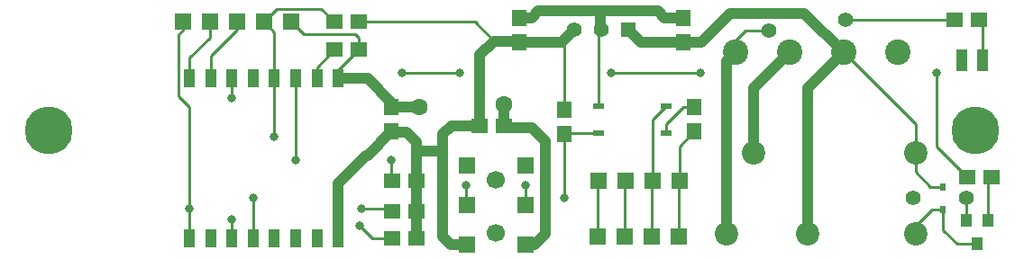
<source format=gtl>
%FSLAX35Y35*%
%MOMM*%
G04 EasyPC Gerber Version 18.0.8 Build 3632 *
%ADD103R,1.01600X1.21920*%
%ADD113R,1.01600X2.03200*%
%ADD99R,1.10000X1.80000*%
%ADD107R,1.39700X1.52400*%
%ADD106R,1.40000X1.40000*%
%ADD102R,1.52400X1.52400*%
%ADD15C,0.25400*%
%ADD110R,1.00000X0.55000*%
%ADD109R,0.50000X0.70000*%
%ADD78C,0.81280*%
%ADD115C,1.00000*%
%ADD105C,1.40000*%
%ADD76C,1.42240*%
%ADD114C,1.60000*%
%ADD112C,1.70000*%
%ADD108C,2.20000*%
%ADD101C,2.40000*%
%ADD104R,1.52400X1.39700*%
%ADD100C,4.50000*%
%ADD111R,1.60000X1.60000*%
X0Y0D02*
D02*
D15*
X1729600Y241060D02*
Y515100D01*
Y1475920*
X1630420Y1575100*
Y2155100*
X1670420Y2195100*
Y2275100*
X1924420D02*
Y2129100D01*
X1730420Y1935100*
Y1741880*
X1729600Y1741060*
X2129600Y241060D02*
Y415100D01*
Y1741060D02*
Y1555100D01*
X2178420Y2275100D02*
Y2203100D01*
X1930420Y1955100*
Y1741880*
X1929600Y1741060*
X2329600Y241060D02*
Y615100D01*
X2529600Y1741060D02*
Y1195100D01*
Y1741060D02*
Y2177920D01*
X2432420Y2275100*
X2729600Y1741060D02*
Y975100D01*
X2929600Y1741060D02*
Y1848580D01*
X3096120Y2015100*
Y2275100D02*
X3090420D01*
X2970420Y2395100*
X2552420*
X2432420Y2275100*
X3129600Y1741060D02*
Y1819980D01*
X3324720Y2015100*
Y2120800*
X3290420Y2155100*
X2806420*
X2686420Y2275100*
X3324720D02*
X4410420D01*
X4590420Y2095100*
X3350420Y515100D02*
X3616120D01*
X3636120Y495100*
X3630420Y975100D02*
Y780800D01*
X3636120Y775100*
Y235100D02*
X3450420D01*
X3330420Y355100*
X3730420Y1795100D02*
X4270420D01*
X4330420Y735100D02*
Y555330D01*
X4335420Y550330*
X4890420Y735100D02*
Y555330D01*
X4885420Y550330*
X5250420Y615100D02*
Y1220800D01*
Y1449400D02*
Y2106810D01*
X5344370Y2200760*
X5568420Y256350D02*
Y774350D01*
X5570420Y776350*
X5575420Y1228100D02*
X5257720D01*
X5250420Y1220800*
X5575420Y1482100D02*
Y2177810D01*
X5598370Y2200760*
X5690420Y1795100D02*
X6530420D01*
X5822420Y256350D02*
Y774350D01*
X5824420Y776350*
X6076420Y256350D02*
Y774350D01*
X6078420Y776350*
Y1355100*
X6205420Y1482100*
Y1228100D02*
Y1310100D01*
X6370420Y1475100*
X6464720*
X6470420Y1469400*
X6330420Y256350D02*
Y774350D01*
X6332420Y776350*
Y1102800*
X6470420Y1240800*
X6857580Y1988240D02*
Y2102260D01*
X6950420Y2195100*
X7170420*
X7890420Y2295100D02*
X8916120D01*
X8552120Y1042230D02*
Y1309700D01*
X7873580Y1988240*
X8750420Y1795100D02*
Y1100800D01*
X9036120Y815100*
X8810420Y510100D02*
X8705420D01*
X8550420Y355100*
Y281930*
X8552120Y280230*
X8810420Y720100D02*
X8690420D01*
X8550420Y860100*
Y1040530*
X8552120Y1042230*
X9028820Y404320D02*
Y615100D01*
X9130420Y183340D02*
X8942180D01*
X8810420Y315100*
Y510100*
X9180920Y1915100D02*
Y2258900D01*
X9144720Y2295100*
X9232020Y404320D02*
Y782400D01*
X9264720Y815100*
D02*
D76*
X7170420Y2195100D03*
X7890420Y2295100D03*
X8530420Y615100D03*
X9028820D03*
D02*
D78*
X1729600Y515100D03*
X2129600Y415100D03*
Y1555100D03*
X2329600Y615100D03*
X2529600Y1195100D03*
X2729600Y975100D03*
X3330420Y355100D03*
X3350420Y515100D03*
X3630420Y975100D03*
X3730420Y1795100D03*
X4270420D03*
X4330420Y735100D03*
X4890420D03*
X5250420Y615100D03*
X5690420Y1795100D03*
X6530420D03*
X8750420D03*
D02*
D99*
X1729600Y241060D03*
Y1741060D03*
X1929600Y241060D03*
Y1741060D03*
X2129600Y241060D03*
Y1741060D03*
X2329600Y241060D03*
Y1741060D03*
X2529600Y241060D03*
Y1741060D03*
X2729600Y241060D03*
Y1741060D03*
X2929600Y241060D03*
Y1741060D03*
X3129600Y241060D03*
Y1741060D03*
D02*
D100*
X406350Y1256350D03*
X9110420Y1255100D03*
D02*
D101*
X6857580Y1988240D03*
X7365580D03*
X7873580D03*
X8381580D03*
D02*
D102*
X1670420Y2275100D03*
X1924420D03*
X2178420D03*
X2432420D03*
X2686420D03*
X5568420Y256350D03*
X5570420Y776350D03*
X5822420Y256350D03*
X5824420Y776350D03*
X6076420Y256350D03*
X6078420Y776350D03*
X6330420Y256350D03*
X6332420Y776350D03*
D02*
D103*
X9028820Y404320D03*
X9130420Y183340D03*
X9232020Y404320D03*
D02*
D104*
X3096120Y2015100D03*
Y2275100D03*
X3324720Y2015100D03*
Y2275100D03*
X3636120Y235100D03*
Y495100D03*
Y775100D03*
X3864720Y235100D03*
Y495100D03*
Y775100D03*
X4456120Y1295100D03*
X4684720D03*
X8916120Y2295100D03*
X9036120Y815100D03*
X9144720Y2295100D03*
X9264720Y815100D03*
D02*
D105*
X5344370Y2200760D03*
X5598370D03*
D02*
D106*
X5852370D03*
D02*
D107*
X3630420Y1240800D03*
Y1469400D03*
X4830420Y2080800D03*
Y2309400D03*
X5250420Y1220800D03*
Y1449400D03*
X6370420Y2080800D03*
Y2309400D03*
X6470420Y1240800D03*
Y1469400D03*
D02*
D108*
X6774120Y280230D03*
X7028120Y1042230D03*
X7536120Y280230D03*
X8552120D03*
Y1042230D03*
D02*
D109*
X8810420Y510100D03*
Y720100D03*
D02*
D110*
X5575420Y1228100D03*
Y1482100D03*
X6205420Y1228100D03*
Y1482100D03*
D02*
D111*
X4335420Y180330D03*
Y550330D03*
Y920330D03*
X4885420Y180330D03*
Y550330D03*
Y920330D03*
D02*
D112*
X4610420Y290330D03*
Y790330D03*
D02*
D113*
X8990420Y1915100D03*
X9180920D03*
D02*
D114*
X3890420Y1469400D03*
X4684720Y1495100D03*
D02*
D115*
X3129600Y241060D02*
Y755100D01*
X3389600Y1015100*
X3404720*
X3630420Y1240800*
X3129600Y1741060D02*
X3404460D01*
X3630420Y1515100*
Y1469400*
X3890420*
X3864720Y235100D02*
Y495100D01*
Y775100*
Y1055100*
X4110420*
X3864720D02*
Y1140800D01*
X3770420Y1235100*
X3636120*
X3630420Y1240800*
X4110420Y1055100D02*
Y1215100D01*
X4190420Y1295100*
X4456120*
X4335420Y180330D02*
X4185190D01*
X4110420Y255100*
Y1055100*
X4456120Y1295100D02*
Y1960800D01*
X4590420Y2095100*
X4816120*
X4830420Y2080800*
X4684720Y1295100D02*
Y1495100D01*
X4830420Y2080800D02*
X5224410D01*
X5344370Y2200760*
X4830420Y2309400D02*
X4944720D01*
X5010420Y2375100*
X5590420*
X4885420Y180330D02*
X4975650D01*
X5070420Y275100*
Y1155100*
X4950420Y1275100*
X4704720*
X4684720Y1295100*
X5590420Y2375100D02*
Y2208710D01*
X5598370Y2200760*
X6370420Y2080800D02*
X6536120D01*
X6810420Y2355100*
X7506720*
X7873580Y1988240*
X6370420Y2080800D02*
X5972330D01*
X5852370Y2200760*
X6370420Y2309400D02*
X6196120D01*
X6130420Y2375100*
X5590420*
X6774120Y280230D02*
Y1904780D01*
X6857580Y1988240*
X7028120Y1042230D02*
Y1650780D01*
X7365580Y1988240*
X7536120Y280230D02*
Y1650780D01*
X7873580Y1988240*
X0Y0D02*
M02*

</source>
